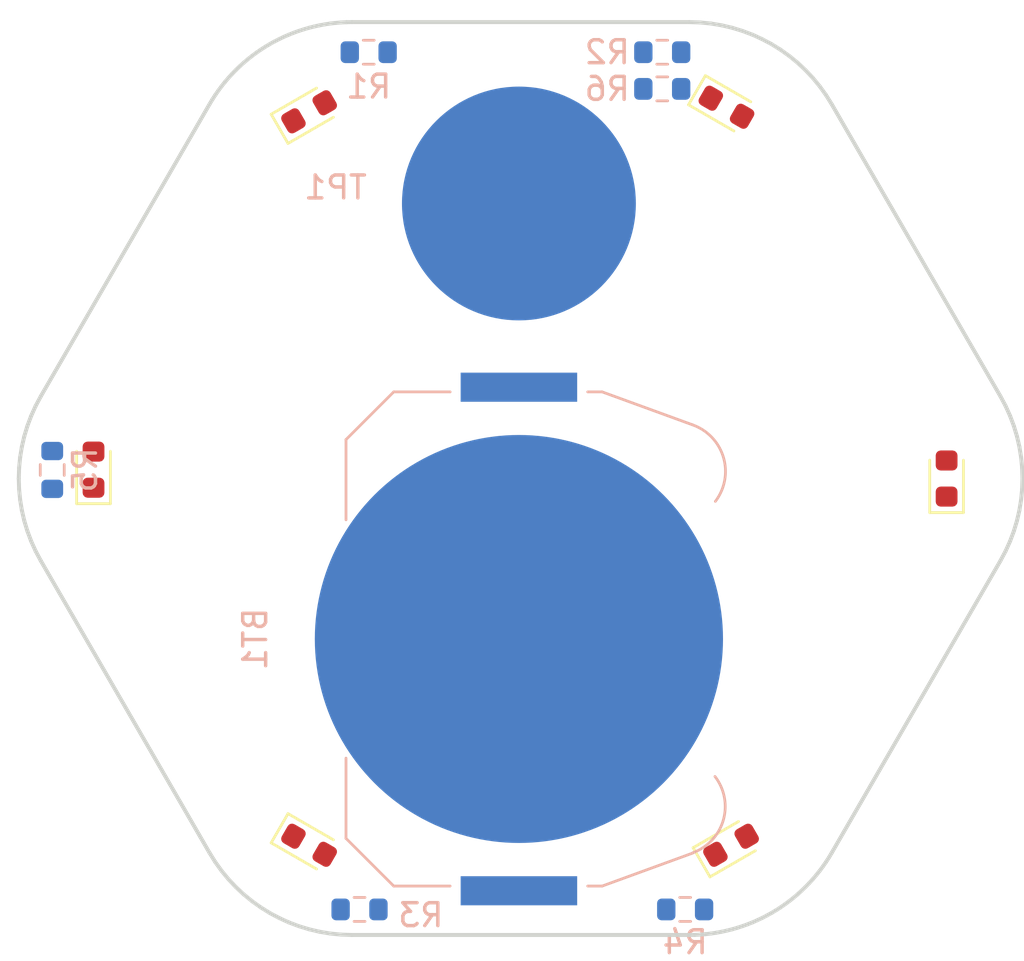
<source format=kicad_pcb>
(kicad_pcb (version 20221018) (generator pcbnew)
  (layers (0 "F.Cu" signal) (31 "B.Cu" signal) (34 "B.Paste" user) (35 "F.Paste" user) (36 "B.SilkS" user "B.Silkscreen") (37 "F.SilkS" user "F.Silkscreen") (38 "B.Mask" user) (39 "F.Mask" user) (44 "Edge.Cuts" user))
  (net 0 "")
  (net 1 "VCC")
  (net 2 "GND")
  (net 3 "Net-(D1-A)")
  (net 4 "Net-(D2-A)")
  (net 5 "Net-(D3-A)")
  (net 6 "Net-(D4-A)")
  (net 7 "Net-(D5-A)")
  (net 8 "Net-(D6-A)")
  (footprint "LED_SMD:LED_0603_1608Metric" (layer "F.Cu") (at 114.2 89.6125 90)
    (fp_text reference "D5" hide)
    (fp_text value "LED" hide)
    (fp_line (start -1.485 -0.735) (end -1.485 0.735) (stroke (width 0.12)) (layer "F.SilkS"))
    (fp_line (start -1.485 0.735) (end 0.8 0.735) (stroke (width 0.12)) (layer "F.SilkS"))
    (fp_line (start 0.8 -0.735) (end -1.485 -0.735) (stroke (width 0.12)) (layer "F.SilkS"))
    (pad "1" smd roundrect (at -0.7875 0 90) (size 0.875 0.95) (layers "F.Cu" "F.Paste" "F.Mask") (net 2 "GND"))
    (pad "2" smd roundrect (at 0.7875 0 90) (size 0.875 0.95) (layers "F.Cu" "F.Paste" "F.Mask") (net 7 "Net-(D5-A)"))
  )
  (footprint "LED_SMD:LED_0603_1608Metric" (layer "F.Cu") (at 151.4 90 90)
    (fp_text reference "D6" hide)
    (fp_text value "LED" hide)
    (fp_line (start -1.485 -0.735) (end -1.485 0.735) (stroke (width 0.12)) (layer "F.SilkS"))
    (fp_line (start -1.485 0.735) (end 0.8 0.735) (stroke (width 0.12)) (layer "F.SilkS"))
    (fp_line (start 0.8 -0.735) (end -1.485 -0.735) (stroke (width 0.12)) (layer "F.SilkS"))
    (pad "1" smd roundrect (at -0.7875 0 90) (size 0.875 0.95) (layers "F.Cu" "F.Paste" "F.Mask") (net 2 "GND"))
    (pad "2" smd roundrect (at 0.7875 0 90) (size 0.875 0.95) (layers "F.Cu" "F.Paste" "F.Mask") (net 8 "Net-(D6-A)"))
  )
  (footprint "LED_SMD:LED_0603_1608Metric" (layer "F.Cu") (at 123.6 106 -30)
    (fp_text reference "D3" hide)
    (fp_text value "LED" hide)
    (fp_line (start -1.485 -0.735) (end -1.485 0.735) (stroke (width 0.12)) (layer "F.SilkS"))
    (fp_line (start -1.485 0.735) (end 0.8 0.735) (stroke (width 0.12)) (layer "F.SilkS"))
    (fp_line (start 0.8 -0.735) (end -1.485 -0.735) (stroke (width 0.12)) (layer "F.SilkS"))
    (pad "1" smd roundrect (at -0.7875 0 330) (size 0.875 0.95) (layers "F.Cu" "F.Paste" "F.Mask") (net 2 "GND"))
    (pad "2" smd roundrect (at 0.7875 0 330) (size 0.875 0.95) (layers "F.Cu" "F.Paste" "F.Mask") (net 5 "Net-(D3-A)"))
  )
  (footprint "LED_SMD:LED_0603_1608Metric" (layer "F.Cu") (at 141.8 73.8 -30)
    (fp_text reference "D2" hide)
    (fp_text value "LED" hide)
    (fp_line (start -1.485 -0.735) (end -1.485 0.735) (stroke (width 0.12)) (layer "F.SilkS"))
    (fp_line (start -1.485 0.735) (end 0.8 0.735) (stroke (width 0.12)) (layer "F.SilkS"))
    (fp_line (start 0.8 -0.735) (end -1.485 -0.735) (stroke (width 0.12)) (layer "F.SilkS"))
    (pad "1" smd roundrect (at -0.7875 0 330) (size 0.875 0.95) (layers "F.Cu" "F.Paste" "F.Mask") (net 2 "GND"))
    (pad "2" smd roundrect (at 0.7875 0 330) (size 0.875 0.95) (layers "F.Cu" "F.Paste" "F.Mask") (net 4 "Net-(D2-A)"))
  )
  (footprint "LED_SMD:LED_0603_1608Metric" (layer "F.Cu") (at 123.6 74 30)
    (fp_text reference "D1" hide)
    (fp_text value "LED" hide)
    (fp_line (start -1.485 -0.735) (end -1.485 0.735) (stroke (width 0.12)) (layer "F.SilkS"))
    (fp_line (start -1.485 0.735) (end 0.8 0.735) (stroke (width 0.12)) (layer "F.SilkS"))
    (fp_line (start 0.8 -0.735) (end -1.485 -0.735) (stroke (width 0.12)) (layer "F.SilkS"))
    (pad "1" smd roundrect (at -0.7875 0 30) (size 0.875 0.95) (layers "F.Cu" "F.Paste" "F.Mask") (net 2 "GND"))
    (pad "2" smd roundrect (at 0.7875 0 30) (size 0.875 0.95) (layers "F.Cu" "F.Paste" "F.Mask") (net 3 "Net-(D1-A)"))
  )
  (footprint "LED_SMD:LED_0603_1608Metric" (layer "F.Cu") (at 142 106 30)
    (fp_text reference "D4" hide)
    (fp_text value "LED" hide)
    (fp_line (start -1.485 -0.735) (end -1.485 0.735) (stroke (width 0.12)) (layer "F.SilkS"))
    (fp_line (start -1.485 0.735) (end 0.8 0.735) (stroke (width 0.12)) (layer "F.SilkS"))
    (fp_line (start 0.8 -0.735) (end -1.485 -0.735) (stroke (width 0.12)) (layer "F.SilkS"))
    (pad "1" smd roundrect (at -0.7875 0 30) (size 0.875 0.95) (layers "F.Cu" "F.Paste" "F.Mask") (net 2 "GND"))
    (pad "2" smd roundrect (at 0.7875 0 30) (size 0.875 0.95) (layers "F.Cu" "F.Paste" "F.Mask") (net 6 "Net-(D4-A)"))
  )
  (footprint "CustomParts:PIN_MP_10mm" (layer "B.Cu") (at 132.85 78 180)
    (fp_text reference "TP1" (at 8.1 0.7 unlocked) (layer "B.SilkS") (effects (justify mirror)))
    (fp_text value "TestPoint")
    (pad "1" smd circle (at 0.1 0 180) (size 10.2 10.2) (layers "B.Cu" "B.Mask") (net 2 "GND"))
  )
  (footprint "Resistor_SMD:R_0603_1608Metric" (layer "B.Cu") (at 139 71.4)
    (fp_text reference "R2" (at -2.4 0) (layer "B.SilkS") (effects (justify mirror)))
    (fp_text value "330")
    (fp_line (start -0.237258 -0.5225) (end 0.237258 -0.5225) (stroke (width 0.12)) (layer "B.SilkS"))
    (fp_line (start -0.237258 0.5225) (end 0.237258 0.5225) (stroke (width 0.12)) (layer "B.SilkS"))
    (pad "1" smd roundrect (at -0.825 0) (size 0.8 0.95) (layers "B.Cu" "B.Paste" "B.Mask") (net 1 "VCC"))
    (pad "2" smd roundrect (at 0.825 0) (size 0.8 0.95) (layers "B.Cu" "B.Paste" "B.Mask") (net 4 "Net-(D2-A)"))
  )
  (footprint "Resistor_SMD:R_0603_1608Metric" (layer "B.Cu") (at 126.2 71.4 180)
    (fp_text reference "R1" (at 0 -1.5) (layer "B.SilkS") (effects (justify mirror)))
    (fp_text value "330")
    (fp_line (start -0.237258 -0.5225) (end 0.237258 -0.5225) (stroke (width 0.12)) (layer "B.SilkS"))
    (fp_line (start -0.237258 0.5225) (end 0.237258 0.5225) (stroke (width 0.12)) (layer "B.SilkS"))
    (pad "1" smd roundrect (at -0.825 0 180) (size 0.8 0.95) (layers "B.Cu" "B.Paste" "B.Mask") (net 1 "VCC"))
    (pad "2" smd roundrect (at 0.825 0 180) (size 0.8 0.95) (layers "B.Cu" "B.Paste" "B.Mask") (net 3 "Net-(D1-A)"))
  )
  (footprint "Resistor_SMD:R_0603_1608Metric" (layer "B.Cu") (at 139 73)
    (fp_text reference "R6" (at -2.4 0) (layer "B.SilkS") (effects (justify mirror)))
    (fp_text value "330")
    (fp_line (start -0.237258 -0.5225) (end 0.237258 -0.5225) (stroke (width 0.12)) (layer "B.SilkS"))
    (fp_line (start -0.237258 0.5225) (end 0.237258 0.5225) (stroke (width 0.12)) (layer "B.SilkS"))
    (pad "1" smd roundrect (at -0.825 0) (size 0.8 0.95) (layers "B.Cu" "B.Paste" "B.Mask") (net 1 "VCC"))
    (pad "2" smd roundrect (at 0.825 0) (size 0.8 0.95) (layers "B.Cu" "B.Paste" "B.Mask") (net 8 "Net-(D6-A)"))
  )
  (footprint "Resistor_SMD:R_0603_1608Metric" (layer "B.Cu") (at 125.8 108.8 180)
    (fp_text reference "R3" (at -2.675 -0.25) (layer "B.SilkS") (effects (justify mirror)))
    (fp_text value "330")
    (fp_line (start -0.237258 -0.5225) (end 0.237258 -0.5225) (stroke (width 0.12)) (layer "B.SilkS"))
    (fp_line (start -0.237258 0.5225) (end 0.237258 0.5225) (stroke (width 0.12)) (layer "B.SilkS"))
    (pad "1" smd roundrect (at -0.825 0 180) (size 0.8 0.95) (layers "B.Cu" "B.Paste" "B.Mask") (net 1 "VCC"))
    (pad "2" smd roundrect (at 0.825 0 180) (size 0.8 0.95) (layers "B.Cu" "B.Paste" "B.Mask") (net 5 "Net-(D3-A)"))
  )
  (footprint "Resistor_SMD:R_0603_1608Metric" (layer "B.Cu") (at 112.4 89.625 90)
    (fp_text reference "R5" (at 0 1.43 90) (layer "B.SilkS") (effects (justify mirror)))
    (fp_text value "330")
    (fp_line (start -0.237258 -0.5225) (end 0.237258 -0.5225) (stroke (width 0.12)) (layer "B.SilkS"))
    (fp_line (start -0.237258 0.5225) (end 0.237258 0.5225) (stroke (width 0.12)) (layer "B.SilkS"))
    (pad "1" smd roundrect (at -0.825 0 90) (size 0.8 0.95) (layers "B.Cu" "B.Paste" "B.Mask") (net 1 "VCC"))
    (pad "2" smd roundrect (at 0.825 0 90) (size 0.8 0.95) (layers "B.Cu" "B.Paste" "B.Mask") (net 7 "Net-(D5-A)"))
  )
  (footprint "Resistor_SMD:R_0603_1608Metric" (layer "B.Cu") (at 140 108.8)
    (fp_text reference "R4" (at 0 1.43) (layer "B.SilkS") (effects (justify mirror)))
    (fp_text value "330")
    (fp_line (start -0.237258 -0.5225) (end 0.237258 -0.5225) (stroke (width 0.12)) (layer "B.SilkS"))
    (fp_line (start -0.237258 0.5225) (end 0.237258 0.5225) (stroke (width 0.12)) (layer "B.SilkS"))
    (pad "1" smd roundrect (at -0.825 0) (size 0.8 0.95) (layers "B.Cu" "B.Paste" "B.Mask") (net 1 "VCC"))
    (pad "2" smd roundrect (at 0.825 0) (size 0.8 0.95) (layers "B.Cu" "B.Paste" "B.Mask") (net 6 "Net-(D4-A)"))
  )
  (footprint "Battery:BatteryHolder_Keystone_3034_1x20mm" (layer "B.Cu") (at 132.75 97 -90)
    (fp_text reference "BT1" (at 0 11.5 90) (layer "B.SilkS") (effects (justify mirror)))
    (fp_text value "Battery_Cell")
    (fp_line (start -10.78 -3.63) (end -9.34 -7.58) (stroke (width 0.12)) (layer "B.SilkS"))
    (fp_line (start -10.78 -3) (end -10.78 -3.63) (stroke (width 0.12)) (layer "B.SilkS"))
    (fp_line (start -10.78 5.46) (end -10.78 3) (stroke (width 0.12)) (layer "B.SilkS"))
    (fp_line (start -8.7 7.54) (end -10.78 5.46) (stroke (width 0.12)) (layer "B.SilkS"))
    (fp_line (start -5.2 7.54) (end -8.7 7.54) (stroke (width 0.12)) (layer "B.SilkS"))
    (fp_line (start 8.7 7.54) (end 5.2 7.54) (stroke (width 0.12)) (layer "B.SilkS"))
    (fp_line (start 8.7 7.54) (end 10.78 5.46) (stroke (width 0.12)) (layer "B.SilkS"))
    (fp_line (start 10.78 -3.63) (end 9.34 -7.58) (stroke (width 0.12)) (layer "B.SilkS"))
    (fp_line (start 10.78 -3) (end 10.78 -3.63) (stroke (width 0.12)) (layer "B.SilkS"))
    (fp_line (start 10.78 5.46) (end 10.78 3) (stroke (width 0.12)) (layer "B.SilkS"))
    (fp_arc (start -9.34 -7.58) (mid -7.921654 -8.918738) (end -6.003354 -8.56653) (stroke (width 0.12)) (layer "B.SilkS"))
    (fp_arc (start 6 -8.55) (mid 7.90634 -8.911669) (end 9.325243 -7.588169) (stroke (width 0.12)) (layer "B.SilkS"))
    (pad "1" smd rect (at -10.985 0 270) (size 1.27 5.08) (layers "B.Cu" "B.Paste" "B.Mask") (net 1 "VCC"))
    (pad "1" smd rect (at 10.985 0 270) (size 1.27 5.08) (layers "B.Cu" "B.Paste" "B.Mask") (net 1 "VCC"))
    (pad "2" smd circle (at 0 0 270) (size 17.8 17.8) (layers "B.Cu" "B.Mask") (net 2 "GND"))
  )
  (gr_line locked (start 145.241774 72.176893) (end 145.563245 72.518608) (stroke (width 0.172347)) (layer "Edge.Cuts"))
  (gr_line locked (start 146.140205 106.731981) (end 146.004621 106.927346) (stroke (width 0.172347)) (layer "Edge.Cuts"))
  (gr_line locked (start 143.356808 109.171581) (end 143.146757 109.271172) (stroke (width 0.172347)) (layer "Edge.Cuts"))
  (gr_line locked (start 145.241775 107.823106) (end 145.073365 107.985385) (stroke (width 0.172347)) (layer "Edge.Cuts"))
  (gr_line locked (start 145.073365 107.985385) (end 144.900055 108.14182) (stroke (width 0.172347)) (layer "Edge.Cuts"))
  (gr_line locked (start 111.000001 90.927197) (end 110.954934 90.464353) (stroke (width 0.172347)) (layer "Edge.Cuts"))
  (gr_line locked (start 125.470121 109.91383) (end 124.991916 109.897928) (stroke (width 0.172347)) (layer "Edge.Cuts"))
  (gr_line locked (start 154.648553 89.072804) (end 154.693619 89.535648) (stroke (width 0.172347)) (layer "Edge.Cuts"))
  (gr_line locked (start 120.085305 107.481392) (end 119.785393 107.117432) (stroke (width 0.172347)) (layer "Edge.Cuts"))
  (gr_line locked (start 145.405123 107.655077) (end 145.241775 107.823106) (stroke (width 0.172347)) (layer "Edge.Cuts"))
  (gr_line locked (start 121.88209 108.952419) (end 121.48746 108.707232) (stroke (width 0.172347)) (layer "Edge.Cuts"))
  (gr_line locked (start 120.748495 108.141822) (end 120.406775 107.823107) (stroke (width 0.172347)) (layer "Edge.Cuts"))
  (gr_line locked (start 140.17843 70.086174) (end 140.656634 70.102077) (stroke (width 0.172347)) (layer "Edge.Cuts"))
  (gr_line locked (start 122.931532 70.550103) (end 123.150889 70.471159) (stroke (width 0.172347)) (layer "Edge.Cuts"))
  (gr_line locked (start 123.824956 70.277128) (end 124.054433 70.227033) (stroke (width 0.172347)) (layer "Edge.Cuts"))
  (gr_line locked (start 111.07511 88.61298) (end 111.180264 88.157683) (stroke (width 0.172347)) (layer "Edge.Cuts"))
  (gr_line locked (start 110.954934 89.535648) (end 111 89.072804) (stroke (width 0.172347)) (layer "Edge.Cuts"))
  (gr_line locked (start 125.23037 70.090166) (end 125.470125 70.086174) (stroke (width 0.172347)) (layer "Edge.Cuts"))
  (gr_line locked (start 121.10916 108.436782) (end 120.748495 108.141822) (stroke (width 0.172347)) (layer "Edge.Cuts"))
  (gr_line locked (start 144.900055 108.14182) (end 144.722009 108.292316) (stroke (width 0.172347)) (layer "Edge.Cuts"))
  (gr_line locked (start 120.243429 72.344923) (end 120.406777 72.176894) (stroke (width 0.172347)) (layer "Edge.Cuts"))
  (gr_line locked (start 124.754938 70.121814) (end 124.99192 70.102077) (stroke (width 0.172347)) (layer "Edge.Cuts"))
  (gr_line locked (start 154.468288 88.157683) (end 154.573442 88.61298) (stroke (width 0.172347)) (layer "Edge.Cuts"))
  (gr_line locked (start 142.497667 109.528839) (end 142.275535 109.600712) (stroke (width 0.172347)) (layer "Edge.Cuts"))
  (gr_line locked (start 121.48746 108.707232) (end 121.10916 108.436782) (stroke (width 0.172347)) (layer "Edge.Cuts"))
  (gr_line locked (start 142.050792 109.665421) (end 141.8236 109.722869) (stroke (width 0.172347)) (layer "Edge.Cuts"))
  (gr_line locked (start 120.575188 72.014615) (end 120.748498 71.85818) (stroke (width 0.172347)) (layer "Edge.Cuts"))
  (gr_line locked (start 142.497663 70.471158) (end 142.933438 70.636023) (stroke (width 0.172347)) (layer "Edge.Cuts"))
  (gr_line locked (start 111.180264 88.157683) (end 111.315463 87.708425) (stroke (width 0.172347)) (layer "Edge.Cuts"))
  (gr_line locked (start 123.150884 109.528845) (end 122.715109 109.36398) (stroke (width 0.172347)) (layer "Edge.Cuts"))
  (gr_line locked (start 154.693619 89.535648) (end 154.708641 90) (stroke (width 0.172347)) (layer "Edge.Cuts"))
  (gr_line locked (start 141.128969 109.850716) (end 140.893618 109.878184) (stroke (width 0.172347)) (layer "Edge.Cuts"))
  (gr_line locked (start 153.747228 93.588032) (end 146.39308 106.325795) (stroke (width 0.172347)) (layer "Edge.Cuts"))
  (gr_line locked (start 144.722009 108.292316) (end 144.53939 108.43678) (stroke (width 0.172347)) (layer "Edge.Cuts"))
  (gr_line locked (start 143.56343 109.065298) (end 143.356808 109.171581) (stroke (width 0.172347)) (layer "Edge.Cuts"))
  (gr_line locked (start 146.269745 106.531433) (end 146.140205 106.731981) (stroke (width 0.172347)) (layer "Edge.Cuts"))
  (gr_line locked (start 146.39308 106.325795) (end 146.269745 106.531433) (stroke (width 0.172347)) (layer "Edge.Cuts"))
  (gr_line locked (start 146.004621 106.927346) (end 145.863158 107.117432) (stroke (width 0.172347)) (layer "Edge.Cuts"))
  (gr_line locked (start 145.863157 72.882567) (end 146.140205 73.268018) (stroke (width 0.172347)) (layer "Edge.Cuts"))
  (gr_line locked (start 140.656636 109.89792) (end 140.418185 109.909831) (stroke (width 0.172347)) (layer "Edge.Cuts"))
  (gr_line locked (start 141.362525 109.815611) (end 141.128969 109.850716) (stroke (width 0.172347)) (layer "Edge.Cuts"))
  (gr_line locked (start 123.597759 109.665427) (end 123.150884 109.528845) (stroke (width 0.172347)) (layer "Edge.Cuts"))
  (gr_line locked (start 123.150889 70.471159) (end 123.373021 70.399286) (stroke (width 0.172347)) (layer "Edge.Cuts"))
  (gr_line locked (start 124.054428 109.772971) (end 123.597759 109.665427) (stroke (width 0.172347)) (layer "Edge.Cuts"))
  (gr_line locked (start 110.954934 90.464353) (end 110.939912 90) (stroke (width 0.172347)) (layer "Edge.Cuts"))
  (gr_line locked (start 140.893618 109.878184) (end 140.656636 109.89792) (stroke (width 0.172347)) (layer "Edge.Cuts"))
  (gr_line locked (start 154.167846 92.733288) (end 153.97256 93.165943) (stroke (width 0.172347)) (layer "Edge.Cuts"))
  (gr_line locked (start 124.054433 70.227033) (end 124.286031 70.184386) (stroke (width 0.172347)) (layer "Edge.Cuts"))
  (gr_line locked (start 119.785396 72.882568) (end 119.932575 72.697855) (stroke (width 0.172347)) (layer "Edge.Cuts"))
  (gr_line locked (start 111 89.072804) (end 111.07511 88.61298) (stroke (width 0.172347)) (layer "Edge.Cuts"))
  (gr_line locked (start 140.656634 70.102077) (end 141.128967 70.149281) (stroke (width 0.172347)) (layer "Edge.Cuts"))
  (gr_line locked (start 142.275535 109.600712) (end 142.050792 109.665421) (stroke (width 0.172347)) (layer "Edge.Cuts"))
  (gr_line locked (start 144.900053 71.858179) (end 145.241774 72.176893) (stroke (width 0.172347)) (layer "Edge.Cuts"))
  (gr_line locked (start 111.901323 93.588032) (end 111.675993 93.165943) (stroke (width 0.172347)) (layer "Edge.Cuts"))
  (gr_line locked (start 154.167846 87.266713) (end 154.333089 87.708425) (stroke (width 0.172347)) (layer "Edge.Cuts"))
  (gr_line locked (start 141.594124 109.772964) (end 141.362525 109.815611) (stroke (width 0.172347)) (layer "Edge.Cuts"))
  (gr_line locked (start 143.76646 108.952415) (end 143.56343 109.065298) (stroke (width 0.172347)) (layer "Edge.Cuts"))
  (gr_line locked (start 119.50835 73.268018) (end 119.643933 73.072654) (stroke (width 0.172347)) (layer "Edge.Cuts"))
  (gr_line locked (start 111.675992 86.834058) (end 111.901323 86.411969) (stroke (width 0.172347)) (layer "Edge.Cuts"))
  (gr_line locked (start 125.470125 70.086174) (end 140.17843 70.086174) (stroke (width 0.172347)) (layer "Edge.Cuts"))
  (gr_line locked (start 154.693619 90.464353) (end 154.648553 90.927197) (stroke (width 0.172347)) (layer "Edge.Cuts"))
  (gr_line locked (start 153.747228 86.411969) (end 153.97256 86.834058) (stroke (width 0.172347)) (layer "Edge.Cuts"))
  (gr_line locked (start 146.39308 73.674204) (end 153.747228 86.411969) (stroke (width 0.172347)) (layer "Edge.Cuts"))
  (gr_line locked (start 119.643933 73.072654) (end 119.785396 72.882568) (stroke (width 0.172347)) (layer "Edge.Cuts"))
  (gr_line locked (start 145.563245 72.518608) (end 145.863157 72.882567) (stroke (width 0.172347)) (layer "Edge.Cuts"))
  (gr_line locked (start 141.594121 70.227032) (end 142.050789 70.334576) (stroke (width 0.172347)) (layer "Edge.Cuts"))
  (gr_line locked (start 141.8236 109.722869) (end 141.594124 109.772964) (stroke (width 0.172347)) (layer "Edge.Cuts"))
  (gr_line locked (start 122.291742 109.171586) (end 121.88209 108.952419) (stroke (width 0.172347)) (layer "Edge.Cuts"))
  (gr_line locked (start 143.356805 70.828416) (end 143.766457 71.047583) (stroke (width 0.172347)) (layer "Edge.Cuts"))
  (gr_line locked (start 119.378809 73.468566) (end 119.50835 73.268018) (stroke (width 0.172347)) (layer "Edge.Cuts"))
  (gr_line locked (start 142.933438 70.636023) (end 143.356805 70.828416) (stroke (width 0.172347)) (layer "Edge.Cuts"))
  (gr_line locked (start 144.53939 108.43678) (end 144.352363 108.575115) (stroke (width 0.172347)) (layer "Edge.Cuts"))
  (gr_line locked (start 142.933441 109.363974) (end 142.717023 109.449895) (stroke (width 0.172347)) (layer "Edge.Cuts"))
  (gr_line locked (start 146.140205 73.268018) (end 146.39308 73.674204) (stroke (width 0.172347)) (layer "Edge.Cuts"))
  (gr_line locked (start 140.178427 109.91383) (end 125.470121 109.91383) (stroke (width 0.172347)) (layer "Edge.Cuts"))
  (gr_line locked (start 144.539388 71.563219) (end 144.900053 71.858179) (stroke (width 0.172347)) (layer "Edge.Cuts"))
  (gr_line locked (start 140.418185 109.909831) (end 140.17843 109.913823) (stroke (width 0.172347)) (layer "Edge.Cuts"))
  (gr_line locked (start 111.075111 91.387021) (end 111.000001 90.927197) (stroke (width 0.172347)) (layer "Edge.Cuts"))
  (gr_line locked (start 123.597764 70.334577) (end 123.824956 70.277128) (stroke (width 0.172347)) (layer "Edge.Cuts"))
  (gr_line locked (start 144.16109 108.707229) (end 143.965734 108.833027) (stroke (width 0.172347)) (layer "Edge.Cuts"))
  (gr_line locked (start 120.926544 71.707684) (end 121.109163 71.56322) (stroke (width 0.172347)) (layer "Edge.Cuts"))
  (gr_line locked (start 153.97256 86.834058) (end 154.167846 87.266713) (stroke (width 0.172347)) (layer "Edge.Cuts"))
  (gr_line locked (start 154.573442 88.61298) (end 154.648553 89.072804) (stroke (width 0.172347)) (layer "Edge.Cuts"))
  (gr_line locked (start 111.901323 86.411969) (end 119.255476 73.674204) (stroke (width 0.172347)) (layer "Edge.Cuts"))
  (gr_line locked (start 145.715978 107.302145) (end 145.563245 107.481392) (stroke (width 0.172347)) (layer "Edge.Cuts"))
  (gr_line locked (start 121.487464 71.29277) (end 121.68282 71.166972) (stroke (width 0.172347)) (layer "Edge.Cuts"))
  (gr_line locked (start 143.766457 71.047583) (end 144.161087 71.292769) (stroke (width 0.172347)) (layer "Edge.Cuts"))
  (gr_line locked (start 110.939912 90) (end 110.954934 89.535648) (stroke (width 0.172347)) (layer "Edge.Cuts"))
  (gr_line locked (start 143.965734 108.833027) (end 143.76646 108.952415) (stroke (width 0.172347)) (layer "Edge.Cuts"))
  (gr_line locked (start 154.468288 91.842318) (end 154.333089 92.291576) (stroke (width 0.172347)) (layer "Edge.Cuts"))
  (gr_line locked (start 120.748498 71.85818) (end 120.926544 71.707684) (stroke (width 0.172347)) (layer "Edge.Cuts"))
  (gr_line locked (start 124.99192 70.102077) (end 125.23037 70.090166) (stroke (width 0.172347)) (layer "Edge.Cuts"))
  (gr_line locked (start 145.563245 107.481392) (end 145.405123 107.655077) (stroke (width 0.172347)) (layer "Edge.Cuts"))
  (gr_line locked (start 154.708641 90) (end 154.693619 90.464353) (stroke (width 0.172347)) (layer "Edge.Cuts"))
  (gr_line locked (start 111.180265 91.842318) (end 111.075111 91.387021) (stroke (width 0.172347)) (layer "Edge.Cuts"))
  (gr_line locked (start 154.573442 91.387021) (end 154.468288 91.842318) (stroke (width 0.172347)) (layer "Edge.Cuts"))
  (gr_line locked (start 111.315464 92.291576) (end 111.180265 91.842318) (stroke (width 0.172347)) (layer "Edge.Cuts"))
  (gr_line locked (start 119.255472 106.325795) (end 111.901323 93.588032) (stroke (width 0.172347)) (layer "Edge.Cuts"))
  (gr_line locked (start 122.291747 70.828418) (end 122.501798 70.728827) (stroke (width 0.172347)) (layer "Edge.Cuts"))
  (gr_line locked (start 140.17843 109.913823) (end 140.178427 109.91383) (stroke (width 0.172347)) (layer "Edge.Cuts"))
  (gr_line locked (start 142.050789 70.334576) (end 142.497663 70.471158) (stroke (width 0.172347)) (layer "Edge.Cuts"))
  (gr_line locked (start 141.128967 70.149281) (end 141.594121 70.227032) (stroke (width 0.172347)) (layer "Edge.Cuts"))
  (gr_line locked (start 111.315463 87.708425) (end 111.480705 87.266713) (stroke (width 0.172347)) (layer "Edge.Cuts"))
  (gr_line locked (start 124.519587 70.149281) (end 124.754938 70.121814) (stroke (width 0.172347)) (layer "Edge.Cuts"))
  (gr_line locked (start 123.373021 70.399286) (end 123.597764 70.334577) (stroke (width 0.172347)) (layer "Edge.Cuts"))
  (gr_line locked (start 122.501798 70.728827) (end 122.715114 70.636024) (stroke (width 0.172347)) (layer "Edge.Cuts"))
  (gr_line locked (start 154.333089 87.708425) (end 154.468288 88.157683) (stroke (width 0.172347)) (layer "Edge.Cuts"))
  (gr_line locked (start 124.286031 70.184386) (end 124.519587 70.149281) (stroke (width 0.172347)) (layer "Edge.Cuts"))
  (gr_line locked (start 122.085124 70.934701) (end 122.291747 70.828418) (stroke (width 0.172347)) (layer "Edge.Cuts"))
  (gr_line locked (start 111.675993 93.165943) (end 111.480706 92.733288) (stroke (width 0.172347)) (layer "Edge.Cuts"))
  (gr_line locked (start 124.991916 109.897928) (end 124.519582 109.850723) (stroke (width 0.172347)) (layer "Edge.Cuts"))
  (gr_line locked (start 119.932575 72.697855) (end 120.085308 72.518608) (stroke (width 0.172347)) (layer "Edge.Cuts"))
  (gr_line locked (start 144.352363 108.575115) (end 144.16109 108.707229) (stroke (width 0.172347)) (layer "Edge.Cuts"))
  (gr_line locked (start 111.480705 87.266713) (end 111.675992 86.834058) (stroke (width 0.172347)) (layer "Edge.Cuts"))
  (gr_line locked (start 119.785393 107.117432) (end 119.508346 106.731981) (stroke (width 0.172347)) (layer "Edge.Cuts"))
  (gr_line locked (start 119.255476 73.674204) (end 119.378809 73.468566) (stroke (width 0.172347)) (layer "Edge.Cuts"))
  (gr_line locked (start 143.146757 109.271172) (end 142.933441 109.363974) (stroke (width 0.172347)) (layer "Edge.Cuts"))
  (gr_line locked (start 142.717023 109.449895) (end 142.497667 109.528839) (stroke (width 0.172347)) (layer "Edge.Cuts"))
  (gr_line locked (start 121.296191 71.424884) (end 121.487464 71.29277) (stroke (width 0.172347)) (layer "Edge.Cuts"))
  (gr_line locked (start 120.406777 72.176894) (end 120.575188 72.014615) (stroke (width 0.172347)) (layer "Edge.Cuts"))
  (gr_line locked (start 154.648553 90.927197) (end 154.573442 91.387021) (stroke (width 0.172347)) (layer "Edge.Cuts"))
  (gr_line locked (start 144.161087 71.292769) (end 144.539388 71.563219) (stroke (width 0.172347)) (layer "Edge.Cuts"))
  (gr_line locked (start 122.715109 109.36398) (end 122.291742 109.171586) (stroke (width 0.172347)) (layer "Edge.Cuts"))
  (gr_line locked (start 153.97256 93.165943) (end 153.747228 93.588032) (stroke (width 0.172347)) (layer "Edge.Cuts"))
  (gr_line locked (start 121.882094 71.047584) (end 122.085124 70.934701) (stroke (width 0.172347)) (layer "Edge.Cuts"))
  (gr_line locked (start 121.68282 71.166972) (end 121.882094 71.047584) (stroke (width 0.172347)) (layer "Edge.Cuts"))
  (gr_line locked (start 120.406775 107.823107) (end 120.085305 107.481392) (stroke (width 0.172347)) (layer "Edge.Cuts"))
  (gr_line locked (start 154.333089 92.291576) (end 154.167846 92.733288) (stroke (width 0.172347)) (layer "Edge.Cuts"))
  (gr_line locked (start 121.109163 71.56322) (end 121.296191 71.424884) (stroke (width 0.172347)) (layer "Edge.Cuts"))
  (gr_line locked (start 120.085308 72.518608) (end 120.243429 72.344923) (stroke (width 0.172347)) (layer "Edge.Cuts"))
  (gr_line locked (start 124.519582 109.850723) (end 124.054428 109.772971) (stroke (width 0.172347)) (layer "Edge.Cuts"))
  (gr_line locked (start 111.480706 92.733288) (end 111.315464 92.291576) (stroke (width 0.172347)) (layer "Edge.Cuts"))
  (gr_line locked (start 122.715114 70.636024) (end 122.931532 70.550103) (stroke (width 0.172347)) (layer "Edge.Cuts"))
  (gr_line locked (start 145.863158 107.117432) (end 145.715978 107.302145) (stroke (width 0.172347)) (layer "Edge.Cuts"))
  (gr_line locked (start 119.508346 106.731981) (end 119.255472 106.325795) (stroke (width 0.172347)) (layer "Edge.Cuts"))
)
</source>
